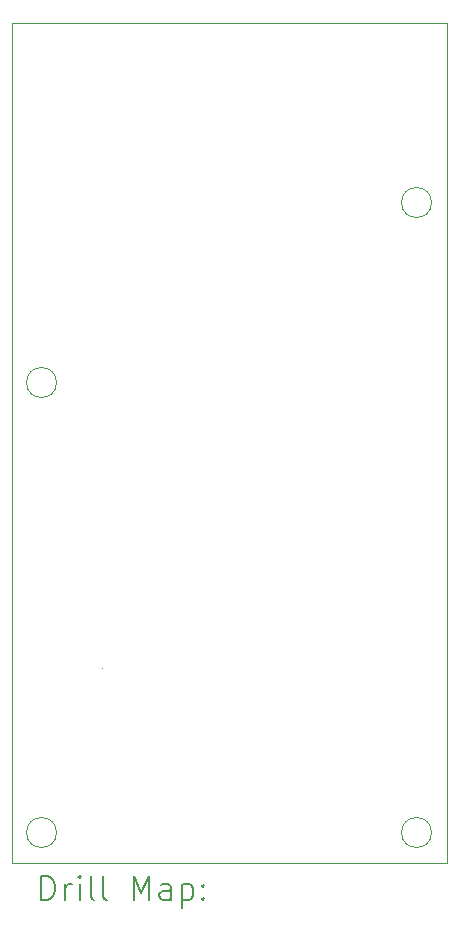
<source format=gbr>
%FSLAX45Y45*%
G04 Gerber Fmt 4.5, Leading zero omitted, Abs format (unit mm)*
G04 Created by KiCad (PCBNEW 6.0.1-79c1e3a40b~116~ubuntu20.04.1) date 2022-02-01 23:30:45*
%MOMM*%
%LPD*%
G01*
G04 APERTURE LIST*
%TA.AperFunction,Profile*%
%ADD10C,0.100000*%
%TD*%
%ADD11C,0.200000*%
G04 APERTURE END LIST*
D10*
X10287000Y-8001000D02*
X13970000Y-8001000D01*
X10668000Y-14859000D02*
G75*
G03*
X10668000Y-14859000I-127000J0D01*
G01*
X13970000Y-8001000D02*
X13970000Y-15113000D01*
X13970000Y-15113000D02*
X10287000Y-15113000D01*
X13843000Y-9525000D02*
G75*
G03*
X13843000Y-9525000I-127000J0D01*
G01*
X10287000Y-15113000D02*
X10287000Y-8001000D01*
X10668000Y-11049000D02*
G75*
G03*
X10668000Y-11049000I-127000J0D01*
G01*
X11049000Y-13462000D02*
G75*
G03*
X11049000Y-13462000I0J0D01*
G01*
X13843000Y-14859000D02*
G75*
G03*
X13843000Y-14859000I-127000J0D01*
G01*
D11*
X10539619Y-15428476D02*
X10539619Y-15228476D01*
X10587238Y-15228476D01*
X10615810Y-15238000D01*
X10634857Y-15257048D01*
X10644381Y-15276095D01*
X10653905Y-15314190D01*
X10653905Y-15342762D01*
X10644381Y-15380857D01*
X10634857Y-15399905D01*
X10615810Y-15418952D01*
X10587238Y-15428476D01*
X10539619Y-15428476D01*
X10739619Y-15428476D02*
X10739619Y-15295143D01*
X10739619Y-15333238D02*
X10749143Y-15314190D01*
X10758667Y-15304667D01*
X10777714Y-15295143D01*
X10796762Y-15295143D01*
X10863429Y-15428476D02*
X10863429Y-15295143D01*
X10863429Y-15228476D02*
X10853905Y-15238000D01*
X10863429Y-15247524D01*
X10872952Y-15238000D01*
X10863429Y-15228476D01*
X10863429Y-15247524D01*
X10987238Y-15428476D02*
X10968190Y-15418952D01*
X10958667Y-15399905D01*
X10958667Y-15228476D01*
X11092000Y-15428476D02*
X11072952Y-15418952D01*
X11063429Y-15399905D01*
X11063429Y-15228476D01*
X11320571Y-15428476D02*
X11320571Y-15228476D01*
X11387238Y-15371333D01*
X11453905Y-15228476D01*
X11453905Y-15428476D01*
X11634857Y-15428476D02*
X11634857Y-15323714D01*
X11625333Y-15304667D01*
X11606286Y-15295143D01*
X11568190Y-15295143D01*
X11549143Y-15304667D01*
X11634857Y-15418952D02*
X11615809Y-15428476D01*
X11568190Y-15428476D01*
X11549143Y-15418952D01*
X11539619Y-15399905D01*
X11539619Y-15380857D01*
X11549143Y-15361809D01*
X11568190Y-15352286D01*
X11615809Y-15352286D01*
X11634857Y-15342762D01*
X11730095Y-15295143D02*
X11730095Y-15495143D01*
X11730095Y-15304667D02*
X11749143Y-15295143D01*
X11787238Y-15295143D01*
X11806286Y-15304667D01*
X11815809Y-15314190D01*
X11825333Y-15333238D01*
X11825333Y-15390381D01*
X11815809Y-15409428D01*
X11806286Y-15418952D01*
X11787238Y-15428476D01*
X11749143Y-15428476D01*
X11730095Y-15418952D01*
X11911048Y-15409428D02*
X11920571Y-15418952D01*
X11911048Y-15428476D01*
X11901524Y-15418952D01*
X11911048Y-15409428D01*
X11911048Y-15428476D01*
X11911048Y-15304667D02*
X11920571Y-15314190D01*
X11911048Y-15323714D01*
X11901524Y-15314190D01*
X11911048Y-15304667D01*
X11911048Y-15323714D01*
M02*

</source>
